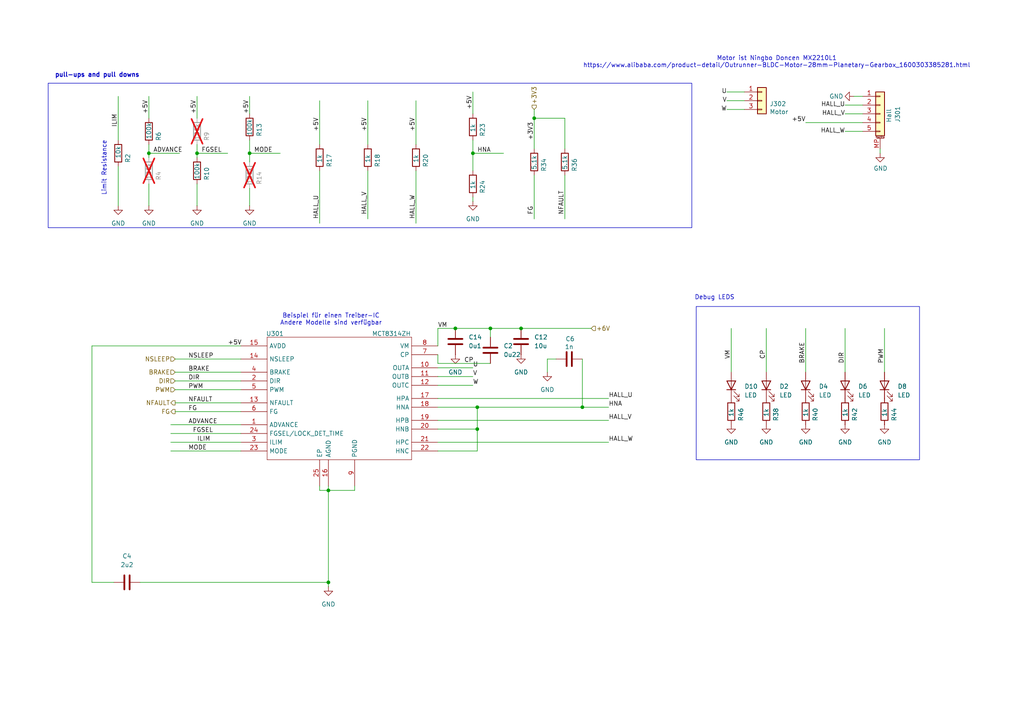
<source format=kicad_sch>
(kicad_sch (version 20231120) (generator "eeschema") (generator_version "8.0")
  (paper "A4")
  (title_block (title "Driver") (date "2024-11-16") (company "Roboter club") (comment 1 "Author: Chenyan Feng"))
  (lib_symbols
    (symbol "Connector_Generic:Conn_01x03" (pin_names (offset 1.016) hide)
      (property "Reference" "J" (at 0 5.08 0))
      (property "Value" "Conn_01x03" (at 0 -5.08 0))
      (symbol "Conn_01x03_1_1"
        (rectangle (start -1.27 -2.413) (end 0 -2.667) (stroke (width 0.1524)))
        (rectangle (start -1.27 0.127) (end 0 -0.127) (stroke (width 0.1524)))
        (rectangle (start -1.27 2.667) (end 0 2.413) (stroke (width 0.1524)))
        (rectangle (start -1.27 3.81) (end 1.27 -3.81) (stroke (width 0.254)) (fill (type background)))
        (pin passive line (at -5.08 2.54 0) (length 3.81) (name "Pin_1") (number "1"))
        (pin passive line (at -5.08 0 0) (length 3.81) (name "Pin_2") (number "2"))
        (pin passive line (at -5.08 -2.54 0) (length 3.81) (name "Pin_3") (number "3"))
      )
    )
    (symbol "Connector_Generic_MountingPin:Conn_01x05_MountingPin" (pin_names (offset 1.016) hide)
      (property "Reference" "J" (at 0 7.62 0))
      (property "Value" "Conn_01x05_MountingPin" (at 1.27 -7.62 0))
      (symbol "Conn_01x05_MountingPin_1_1"
        (rectangle (start -1.27 -4.953) (end 0 -5.207) (stroke (width 0.1524)))
        (rectangle (start -1.27 -2.413) (end 0 -2.667) (stroke (width 0.1524)))
        (rectangle (start -1.27 0.127) (end 0 -0.127) (stroke (width 0.1524)))
        (rectangle (start -1.27 2.667) (end 0 2.413) (stroke (width 0.1524)))
        (rectangle (start -1.27 5.207) (end 0 4.953) (stroke (width 0.1524)))
        (rectangle (start -1.27 6.35) (end 1.27 -6.35) (stroke (width 0.254)) (fill (type background)))
        (polyline (pts (xy -1.016 -7.112) (xy 1.016 -7.112)) (stroke (width 0.1524)))
        (text "Mounting" (at 0 -6.731 0) (effects (font (size 0.381 0.381))))
        (pin passive line (at -5.08 5.08 0) (length 3.81) (name "Pin_1") (number "1"))
        (pin passive line (at -5.08 2.54 0) (length 3.81) (name "Pin_2") (number "2"))
        (pin passive line (at -5.08 0 0) (length 3.81) (name "Pin_3") (number "3"))
        (pin passive line (at -5.08 -2.54 0) (length 3.81) (name "Pin_4") (number "4"))
        (pin passive line (at -5.08 -5.08 0) (length 3.81) (name "Pin_5") (number "5"))
        (pin passive line (at 0 -10.16 90) (length 3.048) (name "MountPin") (number "MP"))
      )
    )
    (symbol "Custom Symbols:MCT8314Z" (pin_names (offset 0.635))
      (property "Reference" "U" (at -22.86 18.034 0))
      (property "Value" "MCT8314Z" (at 19.05 18.034 0))
      (symbol "MCT8314Z_1_1"
        (polyline (pts (xy -22.86 -17.78) (xy 19.05 -17.78)) (stroke (width 0.127)))
        (polyline (pts (xy -22.86 17.78) (xy -22.86 -17.78)) (stroke (width 0.127)))
        (polyline (pts (xy 19.05 -17.78) (xy 19.05 17.78)) (stroke (width 0.127)))
        (polyline (pts (xy 19.05 17.78) (xy -22.86 17.78)) (stroke (width 0.127)))
        (pin input line (at -30.48 -7.62 0) (length 7.62) (name "ADVANCE") (number "1"))
        (pin output line (at 26.67 8.89 180) (length 7.62) (name "OUTA") (number "10"))
        (pin output line (at 26.67 6.35 180) (length 7.62) (name "OUTB") (number "11"))
        (pin output line (at 26.67 3.81 180) (length 7.62) (name "OUTC") (number "12"))
        (pin output line (at -30.48 -1.27 0) (length 7.62) (name "NFAULT") (number "13"))
        (pin input line (at -30.48 11.43 0) (length 7.62) (name "NSLEEP") (number "14"))
        (pin power_out line (at -30.48 15.24 0) (length 7.62) (name "AVDD") (number "15"))
        (pin passive line (at -5.08 -25.4 90) (length 7.62) (name "AGND") (number "16"))
        (pin input line (at 26.67 0 180) (length 7.62) (name "HPA") (number "17"))
        (pin input line (at 26.67 -2.54 180) (length 7.62) (name "HNA") (number "18"))
        (pin input line (at 26.67 -6.35 180) (length 7.62) (name "HPB") (number "19"))
        (pin input line (at -30.48 5.08 0) (length 7.62) (name "DIR") (number "2"))
        (pin input line (at 26.67 -8.89 180) (length 7.62) (name "HNB") (number "20"))
        (pin input line (at 26.67 -12.7 180) (length 7.62) (name "HPC") (number "21"))
        (pin input line (at 26.67 -15.24 180) (length 7.62) (name "HNC") (number "22"))
        (pin input line (at -30.48 -15.24 0) (length 7.62) (name "MODE") (number "23"))
        (pin input line (at -30.48 -10.16 0) (length 7.62) (name "FGSEL/LOCK_DET_TIME") (number "24"))
        (pin passive line (at -7.62 -25.4 90) (length 7.62) (name "EP") (number "25"))
        (pin input line (at -30.48 -12.7 0) (length 7.62) (name "ILIM") (number "3"))
        (pin input line (at -30.48 7.62 0) (length 7.62) (name "BRAKE") (number "4"))
        (pin input line (at -30.48 2.54 0) (length 7.62) (name "PWM") (number "5"))
        (pin output line (at -30.48 -3.81 0) (length 7.62) (name "FG") (number "6"))
        (pin power_out line (at 26.67 12.7 180) (length 7.62) (name "CP") (number "7"))
        (pin power_in line (at 26.67 15.24 180) (length 7.62) (name "VM") (number "8"))
        (pin passive line (at 2.54 -25.4 90) (length 7.62) (name "PGND") (number "9"))
      )
    )
    (symbol "Device:C" (pin_numbers hide) (pin_names (offset 0.254))
      (property "Reference" "C" (at 0.635 2.54 0))
      (property "Value" "C" (at 0.635 -2.54 0))
      (symbol "C_0_1"
        (polyline (pts (xy -2.032 -0.762) (xy 2.032 -0.762)) (stroke (width 0.508)))
        (polyline (pts (xy -2.032 0.762) (xy 2.032 0.762)) (stroke (width 0.508)))
      )
      (symbol "C_1_1"
        (pin passive line (at 0 3.81 270) (length 2.794) (name "~") (number "1"))
        (pin passive line (at 0 -3.81 90) (length 2.794) (name "~") (number "2"))
      )
    )
    (symbol "Device:LED" (pin_numbers hide) (pin_names (offset 1.016) hide)
      (property "Reference" "D" (at 0 2.54 0))
      (property "Value" "LED" (at 0 -2.54 0))
      (symbol "LED_0_1"
        (polyline (pts (xy -1.27 -1.27) (xy -1.27 1.27)) (stroke (width 0.254)))
        (polyline (pts (xy -1.27 0) (xy 1.27 0)))
        (polyline (pts (xy 1.27 -1.27) (xy 1.27 1.27) (xy -1.27 0) (xy 1.27 -1.27)) (stroke (width 0.254)))
        (polyline (pts (xy -3.048 -0.762) (xy -4.572 -2.286) (xy -3.81 -2.286) (xy -4.572 -2.286) (xy -4.572 -1.524)))
        (polyline (pts (xy -1.778 -0.762) (xy -3.302 -2.286) (xy -2.54 -2.286) (xy -3.302 -2.286) (xy -3.302 -1.524)))
      )
      (symbol "LED_1_1"
        (pin passive line (at -3.81 0 0) (length 2.54) (name "K") (number "1"))
        (pin passive line (at 3.81 0 180) (length 2.54) (name "A") (number "2"))
      )
    )
    (symbol "Device:R" (pin_numbers hide) (pin_names (offset 0))
      (property "Reference" "R" (at 2.032 0 90))
      (property "Value" "R" (at 0 0 90))
      (symbol "R_0_1"
        (rectangle (start -1.016 -2.54) (end 1.016 2.54) (stroke (width 0.254)))
      )
      (symbol "R_1_1"
        (pin passive line (at 0 3.81 270) (length 1.27) (name "~") (number "1"))
        (pin passive line (at 0 -3.81 90) (length 1.27) (name "~") (number "2"))
      )
    )
    (symbol "GND_1" (power) (pin_numbers hide) (pin_names (offset 0) hide)
      (property "Value" "GND" (at 0 -3.81 0))
      (symbol "GND_1_0_1"
        (polyline (pts (xy 0 0) (xy 0 -1.27) (xy 1.27 -1.27) (xy 0 -2.54) (xy -1.27 -1.27) (xy 0 -1.27)))
      )
      (symbol "GND_1_1_1"
        (pin power_in line (at 0 0 270) (length 0) (name "~") (number "1"))
      )
    )
    (symbol "power:GND" (power) (pin_names (offset 0))
      (property "Value" "GND" (at 0 -3.81 0))
      (symbol "GND_0_1"
        (polyline (pts (xy 0 0) (xy 0 -1.27) (xy 1.27 -1.27) (xy 0 -2.54) (xy -1.27 -1.27) (xy 0 -1.27)))
      )
      (symbol "GND_1_1"
        (pin power_in line (at 0 0 270) (length 0) hide (name "GND") (number "1"))
      )
    )
  )
  (junction (at 142.24 95.25))
  (junction (at 151.13 95.25))
  (junction (at 95.25 168.91))
  (junction (at 137.16 44.45))
  (junction (at 43.18 44.45))
  (junction (at 95.25 142.24))
  (junction (at 132.08 95.25))
  (junction (at 138.43 118.11))
  (junction (at 154.94 34.29))
  (junction (at 57.15 44.45))
  (junction (at 72.39 44.45))
  (junction (at 138.43 124.46))
  (junction (at 168.91 118.11))
  (wire (pts (xy 127 124.46) (xy 138.43 124.46)))
  (wire (pts (xy 127 105.41) (xy 142.24 105.41)))
  (wire (pts (xy 137.16 40.64) (xy 137.16 44.45)))
  (wire (pts (xy 127 118.11) (xy 138.43 118.11)))
  (wire (pts (xy 72.39 54.61) (xy 72.39 59.69)))
  (wire (pts (xy 210.82 31.75) (xy 215.9 31.75)))
  (wire (pts (xy 57.15 53.34) (xy 57.15 59.69)))
  (wire (pts (xy 138.43 118.11) (xy 138.43 124.46)))
  (wire (pts (xy 127 106.68) (xy 137.16 106.68)))
  (wire (pts (xy 43.18 41.91) (xy 43.18 44.45)))
  (wire (pts (xy 40.64 168.91) (xy 95.25 168.91)))
  (wire (pts (xy 95.25 142.24) (xy 102.87 142.24)))
  (wire (pts (xy 57.15 27.94) (xy 57.15 34.29)))
  (wire (pts (xy 34.29 27.94) (xy 34.29 40.64)))
  (wire (pts (xy 212.09 95.25) (xy 212.09 107.95)))
  (wire (pts (xy 132.08 95.25) (xy 142.24 95.25)))
  (wire (pts (xy 255.27 44.45) (xy 255.27 43.18)))
  (wire (pts (xy 92.71 29.21) (xy 92.71 41.91)))
  (wire (pts (xy 127 95.25) (xy 132.08 95.25)))
  (wire (pts (xy 127 115.57) (xy 176.53 115.57)))
  (wire (pts (xy 245.11 38.1) (xy 250.19 38.1)))
  (wire (pts (xy 137.16 44.45) (xy 146.05 44.45)))
  (wire (pts (xy 158.75 104.14) (xy 161.29 104.14)))
  (wire (pts (xy 92.71 49.53) (xy 92.71 64.77)))
  (wire (pts (xy 49.53 128.27) (xy 69.85 128.27)))
  (wire (pts (xy 106.68 29.21) (xy 106.68 41.91)))
  (wire (pts (xy 50.8 107.95) (xy 69.85 107.95)))
  (wire (pts (xy 57.15 41.91) (xy 57.15 44.45)))
  (wire (pts (xy 95.25 170.18) (xy 95.25 168.91)))
  (wire (pts (xy 127 100.33) (xy 127 95.25)))
  (wire (pts (xy 120.65 49.53) (xy 120.65 64.77)))
  (wire (pts (xy 49.53 130.81) (xy 69.85 130.81)))
  (wire (pts (xy 154.94 31.75) (xy 154.94 34.29)))
  (wire (pts (xy 26.67 168.91) (xy 33.02 168.91)))
  (wire (pts (xy 210.82 29.21) (xy 215.9 29.21)))
  (wire (pts (xy 222.25 95.25) (xy 222.25 107.95)))
  (wire (pts (xy 50.8 110.49) (xy 69.85 110.49)))
  (wire (pts (xy 168.91 118.11) (xy 176.53 118.11)))
  (wire (pts (xy 137.16 26.67) (xy 137.16 33.02)))
  (wire (pts (xy 50.8 104.14) (xy 69.85 104.14)))
  (wire (pts (xy 92.71 140.97) (xy 92.71 142.24)))
  (wire (pts (xy 233.68 95.25) (xy 233.68 107.95)))
  (wire (pts (xy 43.18 44.45) (xy 43.18 45.72)))
  (wire (pts (xy 233.68 35.56) (xy 250.19 35.56)))
  (wire (pts (xy 247.65 27.94) (xy 250.19 27.94)))
  (wire (pts (xy 43.18 44.45) (xy 52.07 44.45)))
  (wire (pts (xy 151.13 95.25) (xy 171.45 95.25)))
  (wire (pts (xy 49.53 125.73) (xy 69.85 125.73)))
  (wire (pts (xy 137.16 44.45) (xy 137.16 49.53)))
  (wire (pts (xy 142.24 95.25) (xy 142.24 97.79)))
  (wire (pts (xy 72.39 46.99) (xy 72.39 44.45)))
  (wire (pts (xy 92.71 142.24) (xy 95.25 142.24)))
  (wire (pts (xy 127 130.81) (xy 138.43 130.81)))
  (wire (pts (xy 127 128.27) (xy 176.53 128.27)))
  (wire (pts (xy 154.94 50.8) (xy 154.94 63.5)))
  (wire (pts (xy 137.16 57.15) (xy 137.16 58.42)))
  (wire (pts (xy 106.68 49.53) (xy 106.68 63.5)))
  (wire (pts (xy 50.8 113.03) (xy 69.85 113.03)))
  (wire (pts (xy 72.39 40.64) (xy 72.39 44.45)))
  (wire (pts (xy 43.18 27.94) (xy 43.18 34.29)))
  (wire (pts (xy 138.43 118.11) (xy 168.91 118.11)))
  (wire (pts (xy 72.39 27.94) (xy 72.39 33.02)))
  (wire (pts (xy 26.67 100.33) (xy 26.67 168.91)))
  (wire (pts (xy 245.11 95.25) (xy 245.11 107.95)))
  (wire (pts (xy 50.8 119.38) (xy 69.85 119.38)))
  (wire (pts (xy 57.15 44.45) (xy 57.15 45.72)))
  (wire (pts (xy 34.29 48.26) (xy 34.29 59.69)))
  (wire (pts (xy 127 102.87) (xy 127 105.41)))
  (wire (pts (xy 210.82 26.67) (xy 215.9 26.67)))
  (wire (pts (xy 245.11 30.48) (xy 250.19 30.48)))
  (wire (pts (xy 95.25 142.24) (xy 95.25 168.91)))
  (wire (pts (xy 138.43 124.46) (xy 138.43 130.81)))
  (wire (pts (xy 163.83 34.29) (xy 154.94 34.29)))
  (wire (pts (xy 158.75 104.14) (xy 158.75 107.95)))
  (wire (pts (xy 127 121.92) (xy 176.53 121.92)))
  (wire (pts (xy 57.15 44.45) (xy 66.04 44.45)))
  (wire (pts (xy 163.83 43.18) (xy 163.83 34.29)))
  (wire (pts (xy 168.91 104.14) (xy 168.91 118.11)))
  (wire (pts (xy 49.53 123.19) (xy 69.85 123.19)))
  (wire (pts (xy 69.85 100.33) (xy 26.67 100.33)))
  (wire (pts (xy 154.94 34.29) (xy 154.94 43.18)))
  (wire (pts (xy 127 109.22) (xy 137.16 109.22)))
  (wire (pts (xy 50.8 116.84) (xy 69.85 116.84)))
  (wire (pts (xy 245.11 33.02) (xy 250.19 33.02)))
  (wire (pts (xy 256.54 95.25) (xy 256.54 107.95)))
  (wire (pts (xy 120.65 29.21) (xy 120.65 41.91)))
  (wire (pts (xy 95.25 142.24) (xy 95.25 140.97)))
  (wire (pts (xy 43.18 53.34) (xy 43.18 59.69)))
  (wire (pts (xy 127 111.76) (xy 137.16 111.76)))
  (wire (pts (xy 163.83 50.8) (xy 163.83 63.5)))
  (wire (pts (xy 102.87 142.24) (xy 102.87 140.97)))
  (wire (pts (xy 72.39 44.45) (xy 81.28 44.45)))
  (wire (pts (xy 142.24 95.25) (xy 151.13 95.25)))
  (rectangle (start 201.93 88.9) (end 266.7 133.35))
  (rectangle (start 13.97 24.13) (end 200.66 66.04))
  (text "NFAULT (Pin 13):\n\nFault status output pin.\nActive low output pin to signal faults such as overcurrent, undervoltage, or thermal shutdown.\nFG (Pin 6):\n\nFrequency generation pin.\nOutputs a signal proportional to the motor speed (typically used for feedback in control systems).\nADVANCE (Pin 1):\n\nAdvance timing control pin.\nUsed to optimize the commutation of the motor for higher efficiency.\nFGSEL/LOCK_DET_TIME (Pin 24):\n\nMulti-function pin for frequency generation selection and lock detection timing.\nConfigures the lock detection time and frequency feedback settings.\nILIM (Pin 3):\n\nCurrent limit setting pin.\nAllows configuration of the overcurrent protection threshold by connecting a resistor.\nMODE (Pin 23):\n\nMode selection pin.\nConfigures the motor driver's operating mode (e.g., 6-step commutation, sine-wave, or other modes)." (at -116.586 28.956 0) (effects (font (size 1.27 1.27)) (justify left)))
  (text "Debug LEDS\n" (at 207.264 86.36 0) (effects (font (size 1.27 1.27))))
  (text "Motor ist Ningbo Doncen MX2210L1\nhttps://www.alibaba.com/product-detail/Outrunner-BLDC-Motor-28mm-Planetary-Gearbox_1600303385281.html" (at 225.298 18.034 0) (effects (font (size 1.27 1.27))))
  (text "Beispiel für einen Treiber-IC\nAndere Modelle sind verfügbar" (at 96.012 92.71 0) (effects (font (size 1.27 1.27))))
  (text "pull-ups and pull downs" (at 28.194 21.844 0) (effects (font (size 1.27 1.27) (thickness 0.254) (bold yes))))
  (text "Limit Resistance\n" (at 30.226 48.768 90) (effects (font (size 1.27 1.27))))
  (label "PWM" (at 54.61 113.03 0))
  (label "FG" (at 154.94 62.23 90))
  (label "HALL_W" (at 120.65 63.5 90))
  (label "HALL_W" (at 176.53 128.27 0))
  (label "NFAULT" (at 54.61 116.84 0))
  (label "U" (at 137.16 106.68 0))
  (label "HALL_U" (at 92.71 63.5 90))
  (label "NSLEEP" (at 54.61 104.14 0))
  (label "PWM" (at 256.54 105.41 90))
  (label "V" (at 137.16 109.22 0))
  (label "MODE" (at 54.61 130.81 0))
  (label "MODE" (at 73.66 44.45 0))
  (label "CP" (at 222.25 104.14 90))
  (label "HALL_U" (at 176.53 115.57 0))
  (label "+5V" (at 137.16 31.75 90))
  (label "+5V" (at 233.68 35.56 180))
  (label "+5V" (at 43.18 33.02 90))
  (label "ILIM" (at 34.29 36.83 90))
  (label "VM" (at 212.09 104.14 90))
  (label "HALL_V" (at 176.53 121.92 0))
  (label "+5V" (at 106.68 38.1 90))
  (label "+3V3" (at 154.94 40.64 90))
  (label "BRAKE" (at 54.61 107.95 0))
  (label "VM" (at 127 95.25 0))
  (label "NFAULT" (at 163.83 62.23 90))
  (label "HALL_W" (at 245.11 38.1 180))
  (label "W" (at 210.82 31.75 180))
  (label "HNA" (at 138.43 44.45 0))
  (label "+5V" (at 66.04 100.33 0) (effects (font (thickness 0.1588))))
  (label "ADVANCE" (at 54.61 123.19 0))
  (label "HALL_V" (at 106.68 62.23 90))
  (label "V" (at 210.82 29.21 180))
  (label "FG" (at 54.61 119.38 0))
  (label "DIR" (at 245.11 105.41 90))
  (label "ADVANCE" (at 44.45 44.45 0))
  (label "HALL_V" (at 245.11 33.02 180))
  (label "U" (at 210.82 26.67 180))
  (label "BRAKE" (at 233.68 105.41 90))
  (label "ILIM" (at 57.15 128.27 0))
  (label "CP" (at 134.62 105.41 0))
  (label "HALL_U" (at 245.11 30.48 180))
  (label "+5V" (at 57.15 33.02 90))
  (label "+5V" (at 120.65 38.1 90))
  (label "W" (at 137.16 111.76 0))
  (label "FGSEL" (at 58.42 44.45 0))
  (label "FGSEL" (at 55.88 125.73 0))
  (label "DIR" (at 54.61 110.49 0))
  (label "HNA" (at 176.53 118.11 0))
  (label "+5V" (at 92.71 38.1 90))
  (label "+5V" (at 72.39 33.02 90))
  (hierarchical_label "FG" (shape output) (at 50.8 119.38 180))
  (hierarchical_label "+6V" (shape input) (at 171.45 95.25 0))
  (hierarchical_label "DIR" (shape input) (at 50.8 110.49 180))
  (hierarchical_label "NFAULT" (shape output) (at 50.8 116.84 180))
  (hierarchical_label "BRAKE" (shape input) (at 50.8 107.95 180))
  (hierarchical_label "NSLEEP" (shape input) (at 50.8 104.14 180))
  (hierarchical_label "PWM" (shape input) (at 50.8 113.03 180))
  (hierarchical_label "+3V3" (shape input) (at 154.94 31.75 90))
  (symbol (lib_name "GND_1") (lib_id "power:GND") (at 222.25 123.19 0) (unit 1)
    (property "Reference" "#PWR029" (effects (hide yes)))
    (property "Value" "GND" (at 222.25 128.27 0))
    (property "Description" "Power symbol creates a global label with name \"GND\" , ground" (effects (hide yes)))
    (instances (project "Driver Example" (path "" (reference "#PWR029") (unit 1)) (path "" (reference "#PWR028") (unit 1))))
  )
  (symbol (lib_id "Device:LED") (at 212.09 111.76 90) (unit 1)
    (property "Reference" "D10" (at 215.9 112.0774 90) (effects (justify right)))
    (property "Value" "LED" (at 215.9 114.6174 90) (effects (justify right)))
    (property "Footprint" "Diode_SMD:D_0603_1608Metric" (effects (hide yes)))
    (property "Description" "Light emitting diode" (effects (hide yes)))
    (instances (project "Driver Example" (path "" (reference "D10") (unit 1)) (path "" (reference "D9") (unit 1))))
  )
  (symbol (lib_id "Device:C") (at 165.1 104.14 270) (unit 1)
    (property "Reference" "C6" (at 165.354 98.298 90))
    (property "Value" "1n" (at 165.1 100.584 90))
    (property "Footprint" "Capacitor_SMD:C_0603_1608Metric" (effects (hide yes)))
    (property "Description" "Unpolarized capacitor" (effects (hide yes)))
    (instances (project "Driver Example" (path "" (reference "C6") (unit 1)) (path "" (reference "C5") (unit 1))))
  )
  (symbol (lib_id "Device:R") (at 72.39 50.8 0) (unit 1) (dnp yes)
    (property "Reference" "R14" (at 75.184 53.594 90) (effects (justify left)))
    (property "Value" "100k" (at 72.39 53.34 90) (effects (justify left)))
    (property "Footprint" "Resistor_SMD:R_0603_1608Metric" (effects (hide yes)))
    (property "Description" "Resistor" (effects (hide yes)))
    (instances (project "Driver Example" (path "" (reference "R14") (unit 1)) (path "" (reference "R12") (unit 1))))
  )
  (symbol (lib_id "Device:R") (at 72.39 36.83 0) (unit 1)
    (property "Reference" "R13" (at 75.184 39.624 90) (effects (justify left)))
    (property "Value" "100k" (at 72.39 39.37 90) (effects (justify left)))
    (property "Footprint" "Resistor_SMD:R_0603_1608Metric" (effects (hide yes)))
    (property "Description" "Resistor" (effects (hide yes)))
    (instances (project "Driver Example" (path "" (reference "R13") (unit 1)) (path "" (reference "R11") (unit 1))))
  )
  (symbol (lib_id "Device:LED") (at 256.54 111.76 90) (unit 1)
    (property "Reference" "D8" (at 260.35 112.0774 90) (effects (justify right)))
    (property "Value" "LED" (at 260.35 114.6174 90) (effects (justify right)))
    (property "Footprint" "Diode_SMD:D_0603_1608Metric" (effects (hide yes)))
    (property "Description" "Light emitting diode" (effects (hide yes)))
    (instances (project "Driver Example" (path "" (reference "D8") (unit 1)) (path "" (reference "D7") (unit 1))))
  )
  (symbol (lib_id "Device:C") (at 142.24 101.6 180) (unit 1)
    (property "Reference" "C2" (at 146.05 100.3299 0) (effects (justify right)))
    (property "Value" "0u22" (at 146.05 102.8699 0) (effects (justify right)))
    (property "Footprint" "Capacitor_SMD:C_0603_1608Metric" (effects (hide yes)))
    (property "Description" "Unpolarized capacitor" (effects (hide yes)))
    (instances (project "" (path "" (reference "C2") (unit 1)) (path "" (reference "C1") (unit 1))))
  )
  (symbol (lib_id "Device:C") (at 132.08 99.06 180) (unit 1)
    (property "Reference" "C14" (at 135.89 97.7899 0) (effects (justify right)))
    (property "Value" "0u1" (at 135.89 100.3299 0) (effects (justify right)))
    (property "Footprint" "Capacitor_SMD:C_0603_1608Metric" (effects (hide yes)))
    (property "Description" "Unpolarized capacitor" (effects (hide yes)))
    (instances (project "Driver Example" (path "" (reference "C14") (unit 1)) (path "" (reference "C13") (unit 1))))
  )
  (symbol (lib_id "Device:R") (at 137.16 53.34 0) (unit 1)
    (property "Reference" "R24" (at 139.954 56.134 90) (effects (justify left)))
    (property "Value" "1k" (at 137.16 54.864 90) (effects (justify left)))
    (property "Footprint" "Resistor_SMD:R_0603_1608Metric" (effects (hide yes)))
    (property "Description" "Resistor" (effects (hide yes)))
    (instances (project "Driver Example" (path "" (reference "R24") (unit 1)) (path "" (reference "R22") (unit 1))))
  )
  (symbol (lib_name "GND_1") (lib_id "power:GND") (at 95.25 170.18 0) (unit 1)
    (property "Reference" "#PWR02" (effects (hide yes)))
    (property "Value" "GND" (at 95.25 175.26 0))
    (property "Description" "Power symbol creates a global label with name \"GND\" , ground" (effects (hide yes)))
    (instances (project "Driver Example" (path "" (reference "#PWR02") (unit 1)) (path "" (reference "#PWR01") (unit 1))))
  )
  (symbol (lib_id "Device:R") (at 106.68 45.72 0) (unit 1)
    (property "Reference" "R18" (at 109.474 48.514 90) (effects (justify left)))
    (property "Value" "1k" (at 106.68 47.244 90) (effects (justify left)))
    (property "Footprint" "Resistor_SMD:R_0603_1608Metric" (effects (hide yes)))
    (property "Description" "Resistor" (effects (hide yes)))
    (instances (project "Driver Example" (path "" (reference "R18") (unit 1)) (path "" (reference "R16") (unit 1))))
  )
  (symbol (lib_name "GND_1") (lib_id "power:GND") (at 151.13 102.87 0) (unit 1)
    (property "Reference" "#PWR025" (effects (hide yes)))
    (property "Value" "GND" (at 151.13 107.95 0))
    (property "Description" "Power symbol creates a global label with name \"GND\" , ground" (effects (hide yes)))
    (instances (project "Driver Example" (path "" (reference "#PWR025") (unit 1)) (path "" (reference "#PWR024") (unit 1))))
  )
  (symbol (lib_id "Device:R") (at 154.94 46.99 0) (unit 1)
    (property "Reference" "R34" (at 157.734 49.784 90) (effects (justify left)))
    (property "Value" "5.1k" (at 154.94 49.276 90) (effects (justify left)))
    (property "Footprint" "Resistor_SMD:R_0603_1608Metric" (effects (hide yes)))
    (property "Description" "Resistor" (effects (hide yes)))
    (instances (project "Driver Example" (path "" (reference "R34") (unit 1)) (path "" (reference "R33") (unit 1))))
  )
  (symbol (lib_id "Connector_Generic_MountingPin:Conn_01x05_MountingPin") (at 255.27 33.02 0) (unit 1)
    (property "Reference" "J301" (at 260.35 35.56 90) (effects (justify left)))
    (property "Value" "Hall" (at 257.81 35.56 90) (effects (justify left)))
    (property "Footprint" "Connector_JST:JST_GH_BM05B-GHS-TBT_1x05-1MP_P1.25mm_Vertical" (effects (hide yes)))
    (instances (project "Driver Example" (path "" (reference "J301") (unit 1)) (path "" (reference "J201") (unit 1))))
  )
  (symbol (lib_id "Device:R") (at 222.25 119.38 0) (unit 1)
    (property "Reference" "R38" (at 225.044 122.174 90) (effects (justify left)))
    (property "Value" "1k" (at 222.25 120.904 90) (effects (justify left)))
    (property "Footprint" "Resistor_SMD:R_0603_1608Metric" (effects (hide yes)))
    (property "Description" "Resistor" (effects (hide yes)))
    (instances (project "Driver Example" (path "" (reference "R38") (unit 1)) (path "" (reference "R37") (unit 1))))
  )
  (symbol (lib_name "GND_1") (lib_id "power:GND") (at 256.54 123.19 0) (unit 1)
    (property "Reference" "#PWR035" (effects (hide yes)))
    (property "Value" "GND" (at 256.54 128.27 0))
    (property "Description" "Power symbol creates a global label with name \"GND\" , ground" (effects (hide yes)))
    (instances (project "Driver Example" (path "" (reference "#PWR035") (unit 1)) (path "" (reference "#PWR034") (unit 1))))
  )
  (symbol (lib_id "power:GND") (at 255.27 44.45 0) (unit 1)
    (property "Reference" "#PWR0301" (effects (hide yes)))
    (property "Value" "GND" (at 255.397 48.8442 0))
    (instances (project "Driver Example" (path "" (reference "#PWR0301") (unit 1)) (path "" (reference "#PWR0201") (unit 1))))
  )
  (symbol (lib_name "GND_1") (lib_id "power:GND") (at 57.15 59.69 0) (unit 1)
    (property "Reference" "#PWR014" (effects (hide yes)))
    (property "Value" "GND" (at 57.15 64.77 0))
    (property "Description" "Power symbol creates a global label with name \"GND\" , ground" (effects (hide yes)))
    (instances (project "Driver Example" (path "" (reference "#PWR014") (unit 1)) (path "" (reference "#PWR013") (unit 1))))
  )
  (symbol (lib_id "Device:R") (at 212.09 119.38 0) (unit 1)
    (property "Reference" "R46" (at 214.884 122.174 90) (effects (justify left)))
    (property "Value" "1k" (at 212.09 120.904 90) (effects (justify left)))
    (property "Footprint" "Resistor_SMD:R_0603_1608Metric" (effects (hide yes)))
    (property "Description" "Resistor" (effects (hide yes)))
    (instances (project "Driver Example" (path "" (reference "R46") (unit 1)) (path "" (reference "R45") (unit 1))))
  )
  (symbol (lib_id "Device:R") (at 120.65 45.72 0) (unit 1)
    (property "Reference" "R20" (at 123.444 48.514 90) (effects (justify left)))
    (property "Value" "1k" (at 120.65 47.244 90) (effects (justify left)))
    (property "Footprint" "Resistor_SMD:R_0603_1608Metric" (effects (hide yes)))
    (property "Description" "Resistor" (effects (hide yes)))
    (instances (project "Driver Example" (path "" (reference "R20") (unit 1)) (path "" (reference "R19") (unit 1))))
  )
  (symbol (lib_id "Connector_Generic:Conn_01x03") (at 220.98 29.21 0) (unit 1)
    (property "Reference" "J302" (at 223.2152 30.1244 0) (effects (justify left)))
    (property "Value" "Motor" (at 223.2152 32.4358 0) (effects (justify left)))
    (property "Footprint" "Connector_JST:JST_XH_B3B-XH-A_1x03_P2.50mm_Vertical" (effects (hide yes)))
    (instances (project "Driver Example" (path "" (reference "J302") (unit 1)) (path "" (reference "J202") (unit 1))))
  )
  (symbol (lib_name "GND_1") (lib_id "power:GND") (at 233.68 123.19 0) (unit 1)
    (property "Reference" "#PWR031" (effects (hide yes)))
    (property "Value" "GND" (at 233.68 128.27 0))
    (property "Description" "Power symbol creates a global label with name \"GND\" , ground" (effects (hide yes)))
    (instances (project "Driver Example" (path "" (reference "#PWR031") (unit 1)) (path "" (reference "#PWR030") (unit 1))))
  )
  (symbol (lib_name "GND_1") (lib_id "power:GND") (at 72.39 59.69 0) (unit 1)
    (property "Reference" "#PWR016" (effects (hide yes)))
    (property "Value" "GND" (at 72.39 64.77 0))
    (property "Description" "Power symbol creates a global label with name \"GND\" , ground" (effects (hide yes)))
    (instances (project "Driver Example" (path "" (reference "#PWR016") (unit 1)) (path "" (reference "#PWR015") (unit 1))))
  )
  (symbol (lib_name "GND_1") (lib_id "power:GND") (at 158.75 107.95 0) (unit 1)
    (property "Reference" "#PWR021" (effects (hide yes)))
    (property "Value" "GND" (at 158.75 113.03 0))
    (property "Description" "Power symbol creates a global label with name \"GND\" , ground" (effects (hide yes)))
    (instances (project "Driver Example" (path "" (reference "#PWR021") (unit 1)) (path "" (reference "#PWR020") (unit 1))))
  )
  (symbol (lib_id "Device:R") (at 245.11 119.38 0) (unit 1)
    (property "Reference" "R42" (at 247.904 122.174 90) (effects (justify left)))
    (property "Value" "1k" (at 245.11 120.904 90) (effects (justify left)))
    (property "Footprint" "Resistor_SMD:R_0603_1608Metric" (effects (hide yes)))
    (property "Description" "Resistor" (effects (hide yes)))
    (instances (project "Driver Example" (path "" (reference "R42") (unit 1)) (path "" (reference "R41") (unit 1))))
  )
  (symbol (lib_id "Device:LED") (at 222.25 111.76 90) (unit 1)
    (property "Reference" "D2" (at 226.06 112.0774 90) (effects (justify right)))
    (property "Value" "LED" (at 226.06 114.6174 90) (effects (justify right)))
    (property "Footprint" "Diode_SMD:D_0603_1608Metric" (effects (hide yes)))
    (property "Description" "Light emitting diode" (effects (hide yes)))
    (instances (project "" (path "" (reference "D2") (unit 1)) (path "" (reference "D1") (unit 1))))
  )
  (symbol (lib_id "Device:LED") (at 245.11 111.76 90) (unit 1)
    (property "Reference" "D6" (at 248.92 112.0774 90) (effects (justify right)))
    (property "Value" "LED" (at 248.92 114.6174 90) (effects (justify right)))
    (property "Footprint" "Diode_SMD:D_0603_1608Metric" (effects (hide yes)))
    (property "Description" "Light emitting diode" (effects (hide yes)))
    (instances (project "Driver Example" (path "" (reference "D6") (unit 1)) (path "" (reference "D5") (unit 1))))
  )
  (symbol (lib_id "Device:R") (at 43.18 38.1 0) (unit 1)
    (property "Reference" "R6" (at 45.974 40.894 90) (effects (justify left)))
    (property "Value" "100k" (at 43.18 40.386 90) (effects (justify left)))
    (property "Footprint" "Resistor_SMD:R_0603_1608Metric" (effects (hide yes)))
    (property "Description" "Resistor" (effects (hide yes)))
    (instances (project "Driver Example" (path "" (reference "R6") (unit 1)) (path "" (reference "R5") (unit 1))))
  )
  (symbol (lib_id "Device:LED") (at 233.68 111.76 90) (unit 1)
    (property "Reference" "D4" (at 237.49 112.0774 90) (effects (justify right)))
    (property "Value" "LED" (at 237.49 114.6174 90) (effects (justify right)))
    (property "Footprint" "Diode_SMD:D_0603_1608Metric" (effects (hide yes)))
    (property "Description" "Light emitting diode" (effects (hide yes)))
    (instances (project "Driver Example" (path "" (reference "D4") (unit 1)) (path "" (reference "D3") (unit 1))))
  )
  (symbol (lib_id "Device:R") (at 43.18 49.53 0) (unit 1) (dnp yes)
    (property "Reference" "R4" (at 45.974 52.324 90) (effects (justify left)))
    (property "Value" "100k" (at 43.18 52.07 90) (effects (justify left)))
    (property "Footprint" "Resistor_SMD:R_0603_1608Metric" (effects (hide yes)))
    (property "Description" "Resistor" (effects (hide yes)))
    (instances (project "Driver Example" (path "" (reference "R4") (unit 1)) (path "" (reference "R3") (unit 1))))
  )
  (symbol (lib_id "Device:R") (at 92.71 45.72 0) (unit 1)
    (property "Reference" "R17" (at 95.504 48.514 90) (effects (justify left)))
    (property "Value" "1k" (at 92.71 47.244 90) (effects (justify left)))
    (property "Footprint" "Resistor_SMD:R_0603_1608Metric" (effects (hide yes)))
    (property "Description" "Resistor" (effects (hide yes)))
    (instances (project "Driver Example" (path "" (reference "R17") (unit 1)) (path "" (reference "R15") (unit 1))))
  )
  (symbol (lib_id "Device:R") (at 233.68 119.38 0) (unit 1)
    (property "Reference" "R40" (at 236.474 122.174 90) (effects (justify left)))
    (property "Value" "1k" (at 233.68 120.904 90) (effects (justify left)))
    (property "Footprint" "Resistor_SMD:R_0603_1608Metric" (effects (hide yes)))
    (property "Description" "Resistor" (effects (hide yes)))
    (instances (project "Driver Example" (path "" (reference "R40") (unit 1)) (path "" (reference "R39") (unit 1))))
  )
  (symbol (lib_id "Device:R") (at 34.29 44.45 0) (unit 1)
    (property "Reference" "R2" (at 37.084 47.244 90) (effects (justify left)))
    (property "Value" "10k" (at 34.29 45.974 90) (effects (justify left)))
    (property "Footprint" "Resistor_SMD:R_0603_1608Metric" (effects (hide yes)))
    (property "Description" "Resistor" (effects (hide yes)))
    (instances (project "" (path "" (reference "R2") (unit 1)) (path "" (reference "R1") (unit 1))))
  )
  (symbol (lib_id "Device:R") (at 57.15 38.1 0) (unit 1) (dnp yes)
    (property "Reference" "R9" (at 59.944 40.894 90) (effects (justify left)))
    (property "Value" "100k" (at 57.15 40.64 90) (effects (justify left)))
    (property "Footprint" "Resistor_SMD:R_0603_1608Metric" (effects (hide yes)))
    (property "Description" "Resistor" (effects (hide yes)))
    (instances (project "Driver Example" (path "" (reference "R9") (unit 1)) (path "" (reference "R7") (unit 1))))
  )
  (symbol (lib_id "Device:C") (at 36.83 168.91 90) (unit 1)
    (property "Reference" "C4" (at 36.83 161.29 90))
    (property "Value" "2u2" (at 36.83 163.83 90))
    (property "Footprint" "Capacitor_SMD:C_0603_1608Metric" (effects (hide yes)))
    (property "Description" "Unpolarized capacitor" (effects (hide yes)))
    (instances (project "Driver Example" (path "" (reference "C4") (unit 1)) (path "" (reference "C3") (unit 1))))
  )
  (symbol (lib_id "power:GND") (at 247.65 27.94 270) (unit 1)
    (property "Reference" "#PWR0303" (effects (hide yes)))
    (property "Value" "GND" (at 242.57 27.94 90))
    (instances (project "Driver Example" (path "" (reference "#PWR0303") (unit 1)) (path "" (reference "#PWR0203") (unit 1))))
  )
  (symbol (lib_name "GND_1") (lib_id "power:GND") (at 43.18 59.69 0) (unit 1)
    (property "Reference" "#PWR012" (effects (hide yes)))
    (property "Value" "GND" (at 43.18 64.77 0))
    (property "Description" "Power symbol creates a global label with name \"GND\" , ground" (effects (hide yes)))
    (instances (project "Driver Example" (path "" (reference "#PWR012") (unit 1)) (path "" (reference "#PWR011") (unit 1))))
  )
  (symbol (lib_name "GND_1") (lib_id "power:GND") (at 132.08 102.87 0) (unit 1)
    (property "Reference" "#PWR023" (effects (hide yes)))
    (property "Value" "GND" (at 132.08 107.95 0))
    (property "Description" "Power symbol creates a global label with name \"GND\" , ground" (effects (hide yes)))
    (instances (project "Driver Example" (path "" (reference "#PWR023") (unit 1)) (path "" (reference "#PWR022") (unit 1))))
  )
  (symbol (lib_name "GND_1") (lib_id "power:GND") (at 245.11 123.19 0) (unit 1)
    (property "Reference" "#PWR033" (effects (hide yes)))
    (property "Value" "GND" (at 245.11 128.27 0))
    (property "Description" "Power symbol creates a global label with name \"GND\" , ground" (effects (hide yes)))
    (instances (project "Driver Example" (path "" (reference "#PWR033") (unit 1)) (path "" (reference "#PWR032") (unit 1))))
  )
  (symbol (lib_id "Device:R") (at 256.54 119.38 0) (unit 1)
    (property "Reference" "R44" (at 259.334 122.174 90) (effects (justify left)))
    (property "Value" "1k" (at 256.54 120.904 90) (effects (justify left)))
    (property "Footprint" "Resistor_SMD:R_0603_1608Metric" (effects (hide yes)))
    (property "Description" "Resistor" (effects (hide yes)))
    (instances (project "Driver Example" (path "" (reference "R44") (unit 1)) (path "" (reference "R43") (unit 1))))
  )
  (symbol (lib_name "GND_1") (lib_id "power:GND") (at 34.29 59.69 0) (unit 1)
    (property "Reference" "#PWR09" (effects (hide yes)))
    (property "Value" "GND" (at 34.29 64.77 0))
    (property "Description" "Power symbol creates a global label with name \"GND\" , ground" (effects (hide yes)))
    (instances (project "Driver Example" (path "" (reference "#PWR09") (unit 1)) (path "" (reference "#PWR08") (unit 1))))
  )
  (symbol (lib_id "Device:R") (at 137.16 36.83 0) (unit 1)
    (property "Reference" "R23" (at 139.954 39.624 90) (effects (justify left)))
    (property "Value" "1k" (at 137.16 38.354 90) (effects (justify left)))
    (property "Footprint" "Resistor_SMD:R_0603_1608Metric" (effects (hide yes)))
    (property "Description" "Resistor" (effects (hide yes)))
    (instances (project "Driver Example" (path "" (reference "R23") (unit 1)) (path "" (reference "R21") (unit 1))))
  )
  (symbol (lib_id "Device:R") (at 57.15 49.53 0) (unit 1)
    (property "Reference" "R10" (at 59.944 52.324 90) (effects (justify left)))
    (property "Value" "100k" (at 57.15 52.07 90) (effects (justify left)))
    (property "Footprint" "Resistor_SMD:R_0603_1608Metric" (effects (hide yes)))
    (property "Description" "Resistor" (effects (hide yes)))
    (instances (project "Driver Example" (path "" (reference "R10") (unit 1)) (path "" (reference "R8") (unit 1))))
  )
  (symbol (lib_name "GND_1") (lib_id "power:GND") (at 212.09 123.19 0) (unit 1)
    (property "Reference" "#PWR037" (effects (hide yes)))
    (property "Value" "GND" (at 212.09 128.27 0))
    (property "Description" "Power symbol creates a global label with name \"GND\" , ground" (effects (hide yes)))
    (instances (project "Driver Example" (path "" (reference "#PWR037") (unit 1)) (path "" (reference "#PWR036") (unit 1))))
  )
  (symbol (lib_id "Custom Symbols:MCT8314Z") (at 100.33 115.57 0) (unit 1)
    (property "Reference" "U301" (at 79.756 96.774 0))
    (property "Value" "MCT8314ZH" (at 113.538 96.774 0))
    (property "Footprint" "custom_footprints:WQFN24_RRW_TEX_new" (effects (hide yes)))
    (property "Datasheet" "https://www.ti.com/product/MCT8314Z" (effects (hide yes)))
    (instances (project "Driver Example" (path "" (reference "U301") (unit 1)) (path "" (reference "U201") (unit 1))))
  )
  (symbol (lib_id "Device:C") (at 151.13 99.06 180) (unit 1)
    (property "Reference" "C12" (at 154.94 97.7899 0) (effects (justify right)))
    (property "Value" "10u" (at 154.94 100.3299 0) (effects (justify right)))
    (property "Footprint" "Capacitor_SMD:C_0603_1608Metric" (effects (hide yes)))
    (property "Description" "Unpolarized capacitor" (effects (hide yes)))
    (instances (project "Driver Example" (path "" (reference "C12") (unit 1)) (path "" (reference "C11") (unit 1))))
  )
  (symbol (lib_id "Device:R") (at 163.83 46.99 0) (unit 1)
    (property "Reference" "R36" (at 166.624 49.784 90) (effects (justify left)))
    (property "Value" "5.1k" (at 163.83 49.276 90) (effects (justify left)))
    (property "Footprint" "Resistor_SMD:R_0603_1608Metric" (effects (hide yes)))
    (property "Description" "Resistor" (effects (hide yes)))
    (instances (project "Driver Example" (path "" (reference "R36") (unit 1)) (path "" (reference "R35") (unit 1))))
  )
  (symbol (lib_name "GND_1") (lib_id "power:GND") (at 137.16 58.42 0) (unit 1)
    (property "Reference" "#PWR010" (effects (hide yes)))
    (property "Value" "GND" (at 137.16 63.5 0))
    (property "Description" "Power symbol creates a global label with name \"GND\" , ground" (effects (hide yes)))
    (instances (project "Driver Example" (path "" (reference "#PWR010") (unit 1)) (path "" (reference "#PWR05") (unit 1))))
  )
)
</source>
